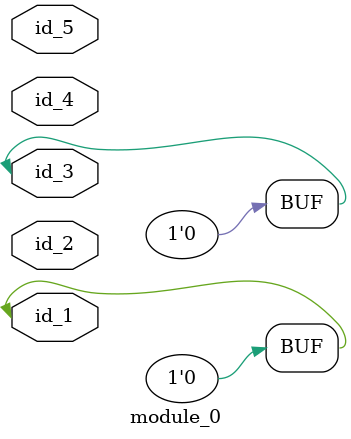
<source format=v>
module module_0 (
    id_1,
    id_2,
    id_3,
    id_4,
    id_5
);
  inout id_5;
  input id_4;
  inout id_3;
  input id_2;
  inout id_1;
  assign id_3 = id_1;
  assign id_1 = "";
endmodule

</source>
